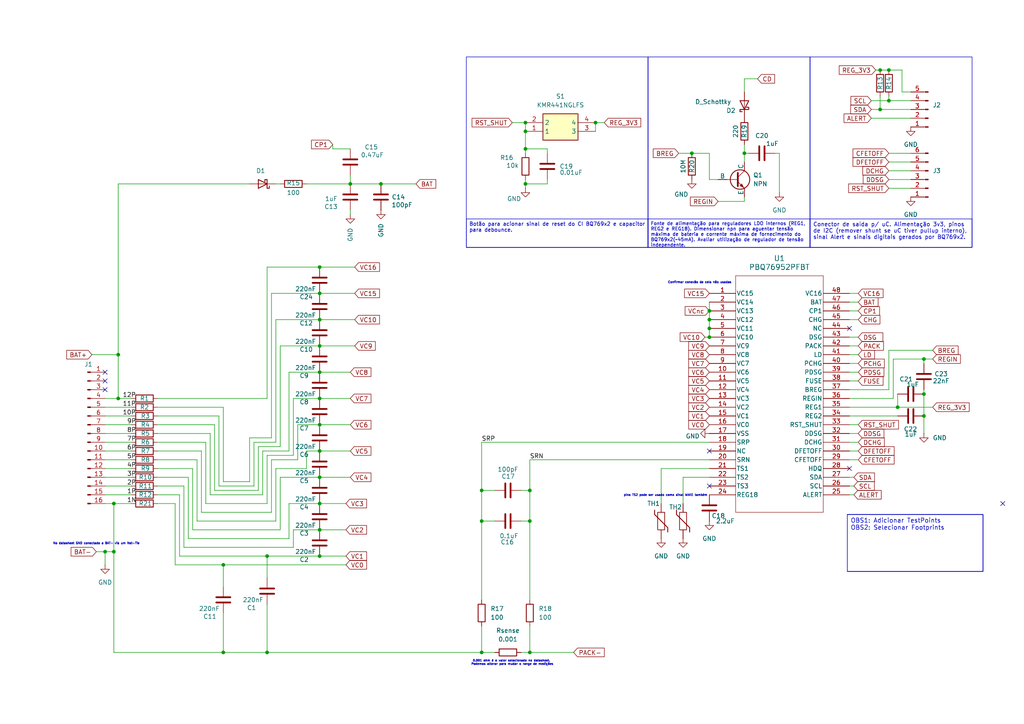
<source format=kicad_sch>
(kicad_sch (version 20231120) (generator "eeschema") (generator_version "8.0")
  (paper "A4")
  (title_block (title "Protótipo BMS BQ76952/BQ76972") (date "2025-12-03") (rev "R0") (company "Sensoria"))
  (lib_symbols
    (symbol "BQ76952:PBQ76952PFBT" (pin_names (offset 0.254))
      (property "Reference" "U" (at 20.32 10.16 0))
      (property "Value" "PBQ76952PFBT" (at 20.32 7.62 0))
      (symbol "PBQ76952PFBT_0_1"
        (pin input line (at 0 0 0) (length 7.62) (name "VC15") (number "1"))
        (pin input line (at 0 -22.86 0) (length 7.62) (name "VC6") (number "10"))
        (pin input line (at 0 -25.4 0) (length 7.62) (name "VC5") (number "11"))
        (pin input line (at 0 -27.94 0) (length 7.62) (name "VC4") (number "12"))
        (pin input line (at 0 -30.48 0) (length 7.62) (name "VC3") (number "13"))
        (pin input line (at 0 -33.02 0) (length 7.62) (name "VC2") (number "14"))
        (pin input line (at 0 -35.56 0) (length 7.62) (name "VC1") (number "15"))
        (pin input line (at 0 -38.1 0) (length 7.62) (name "VC0") (number "16"))
        (pin power_in line (at 0 -40.64 0) (length 7.62) (name "VSS") (number "17"))
        (pin input line (at 0 -43.18 0) (length 7.62) (name "SRP") (number "18"))
        (pin unspecified line (at 0 -45.72 0) (length 7.62) (name "NC") (number "19"))
        (pin input line (at 0 -2.54 0) (length 7.62) (name "VC14") (number "2"))
        (pin input line (at 0 -48.26 0) (length 7.62) (name "SRN") (number "20"))
        (pin bidirectional line (at 0 -50.8 0) (length 7.62) (name "TS1") (number "21"))
        (pin bidirectional line (at 0 -53.34 0) (length 7.62) (name "TS2") (number "22"))
        (pin bidirectional line (at 0 -55.88 0) (length 7.62) (name "TS3") (number "23"))
        (pin output line (at 0 -58.42 0) (length 7.62) (name "REG18") (number "24"))
        (pin bidirectional line (at 40.64 -58.42 180) (length 7.62) (name "ALERT") (number "25"))
        (pin bidirectional line (at 40.64 -55.88 180) (length 7.62) (name "SCL") (number "26"))
        (pin bidirectional line (at 40.64 -53.34 180) (length 7.62) (name "SDA") (number "27"))
        (pin bidirectional line (at 40.64 -50.8 180) (length 7.62) (name "HDQ") (number "28"))
        (pin bidirectional line (at 40.64 -48.26 180) (length 7.62) (name "CFETOFF") (number "29"))
        (pin input line (at 0 -5.08 0) (length 7.62) (name "VC13") (number "3"))
        (pin bidirectional line (at 40.64 -45.72 180) (length 7.62) (name "DFETOFF") (number "30"))
        (pin bidirectional line (at 40.64 -43.18 180) (length 7.62) (name "DCHG") (number "31"))
        (pin bidirectional line (at 40.64 -40.64 180) (length 7.62) (name "DDSG") (number "32"))
        (pin input line (at 40.64 -38.1 180) (length 7.62) (name "RST_SHUT") (number "33"))
        (pin output line (at 40.64 -35.56 180) (length 7.62) (name "REG2") (number "34"))
        (pin output line (at 40.64 -33.02 180) (length 7.62) (name "REG1") (number "35"))
        (pin input line (at 40.64 -30.48 180) (length 7.62) (name "REGIN") (number "36"))
        (pin output line (at 40.64 -27.94 180) (length 7.62) (name "BREG") (number "37"))
        (pin bidirectional line (at 40.64 -25.4 180) (length 7.62) (name "FUSE") (number "38"))
        (pin output line (at 40.64 -22.86 180) (length 7.62) (name "PDSG") (number "39"))
        (pin input line (at 0 -7.62 0) (length 7.62) (name "VC12") (number "4"))
        (pin output line (at 40.64 -20.32 180) (length 7.62) (name "PCHG") (number "40"))
        (pin bidirectional line (at 40.64 -17.78 180) (length 7.62) (name "LD") (number "41"))
        (pin input line (at 40.64 -15.24 180) (length 7.62) (name "PACK") (number "42"))
        (pin output line (at 40.64 -12.7 180) (length 7.62) (name "DSG") (number "43"))
        (pin unspecified line (at 40.64 -10.16 180) (length 7.62) (name "NC") (number "44"))
        (pin output line (at 40.64 -7.62 180) (length 7.62) (name "CHG") (number "45"))
        (pin bidirectional line (at 40.64 -5.08 180) (length 7.62) (name "CP1") (number "46"))
        (pin input line (at 40.64 -2.54 180) (length 7.62) (name "BAT") (number "47"))
        (pin input line (at 40.64 0 180) (length 7.62) (name "VC16") (number "48"))
        (pin input line (at 0 -10.16 0) (length 7.62) (name "VC11") (number "5"))
        (pin input line (at 0 -12.7 0) (length 7.62) (name "VC10") (number "6"))
        (pin input line (at 0 -15.24 0) (length 7.62) (name "VC9") (number "7"))
        (pin input line (at 0 -17.78 0) (length 7.62) (name "VC8") (number "8"))
        (pin input line (at 0 -20.32 0) (length 7.62) (name "VC7") (number "9"))
      )
    )
    (symbol "Connector:Conn_01x05_Pin" (pin_names (offset 1.016) hide)
      (property "Reference" "J" (at 0 7.62 0))
      (property "Value" "Conn_01x05_Pin" (at 0 -7.62 0))
      (symbol "Conn_01x05_Pin_1_1"
        (pin passive line (at 5.08 5.08 180) (length 3.81) (name "Pin_1") (number "1"))
        (pin passive line (at 5.08 2.54 180) (length 3.81) (name "Pin_2") (number "2"))
        (pin passive line (at 5.08 0 180) (length 3.81) (name "Pin_3") (number "3"))
        (pin passive line (at 5.08 -2.54 180) (length 3.81) (name "Pin_4") (number "4"))
        (pin passive line (at 5.08 -5.08 180) (length 3.81) (name "Pin_5") (number "5"))
      )
    )
    (symbol "Connector:Conn_01x06_Pin" (pin_names (offset 1.016) hide)
      (property "Reference" "J" (at 0 7.62 0))
      (property "Value" "Conn_01x06_Pin" (at 0 -10.16 0))
      (symbol "Conn_01x06_Pin_1_1"
        (pin passive line (at 5.08 5.08 180) (length 3.81) (name "Pin_1") (number "1"))
        (pin passive line (at 5.08 2.54 180) (length 3.81) (name "Pin_2") (number "2"))
        (pin passive line (at 5.08 0 180) (length 3.81) (name "Pin_3") (number "3"))
        (pin passive line (at 5.08 -2.54 180) (length 3.81) (name "Pin_4") (number "4"))
        (pin passive line (at 5.08 -5.08 180) (length 3.81) (name "Pin_5") (number "5"))
        (pin passive line (at 5.08 -7.62 180) (length 3.81) (name "Pin_6") (number "6"))
      )
    )
    (symbol "Connector:Conn_01x16_Pin" (pin_names (offset 1.016) hide)
      (property "Reference" "J" (at 0 20.32 0))
      (property "Value" "Conn_01x16_Pin" (at 0 -22.86 0))
      (symbol "Conn_01x16_Pin_1_1"
        (pin passive line (at 5.08 17.78 180) (length 3.81) (name "Pin_1") (number "1"))
        (pin passive line (at 5.08 -5.08 180) (length 3.81) (name "Pin_10") (number "10"))
        (pin passive line (at 5.08 -7.62 180) (length 3.81) (name "Pin_11") (number "11"))
        (pin passive line (at 5.08 -10.16 180) (length 3.81) (name "Pin_12") (number "12"))
        (pin passive line (at 5.08 -12.7 180) (length 3.81) (name "Pin_13") (number "13"))
        (pin passive line (at 5.08 -15.24 180) (length 3.81) (name "Pin_14") (number "14"))
        (pin passive line (at 5.08 -17.78 180) (length 3.81) (name "Pin_15") (number "15"))
        (pin passive line (at 5.08 -20.32 180) (length 3.81) (name "Pin_16") (number "16"))
        (pin passive line (at 5.08 15.24 180) (length 3.81) (name "Pin_2") (number "2"))
        (pin passive line (at 5.08 12.7 180) (length 3.81) (name "Pin_3") (number "3"))
        (pin passive line (at 5.08 10.16 180) (length 3.81) (name "Pin_4") (number "4"))
        (pin passive line (at 5.08 7.62 180) (length 3.81) (name "Pin_5") (number "5"))
        (pin passive line (at 5.08 5.08 180) (length 3.81) (name "Pin_6") (number "6"))
        (pin passive line (at 5.08 2.54 180) (length 3.81) (name "Pin_7") (number "7"))
        (pin passive line (at 5.08 0 180) (length 3.81) (name "Pin_8") (number "8"))
        (pin passive line (at 5.08 -2.54 180) (length 3.81) (name "Pin_9") (number "9"))
      )
    )
    (symbol "Device:C" (pin_numbers hide) (pin_names (offset 0.254))
      (property "Reference" "C" (at 0.635 2.54 0))
      (property "Value" "C" (at 0.635 -2.54 0))
      (symbol "C_1_1"
        (pin passive line (at 0 3.81 270) (length 2.794) (name "~") (number "1"))
        (pin passive line (at 0 -3.81 90) (length 2.794) (name "~") (number "2"))
      )
    )
    (symbol "Device:D_Schottky" (pin_numbers hide) (pin_names (offset 1.016) hide)
      (property "Reference" "D" (at 0 2.54 0))
      (property "Value" "D_Schottky" (at 0 -2.54 0))
      (symbol "D_Schottky_1_1"
        (pin passive line (at -3.81 0 0) (length 2.54) (name "K") (number "1"))
        (pin passive line (at 3.81 0 180) (length 2.54) (name "A") (number "2"))
      )
    )
    (symbol "Device:R" (pin_numbers hide) (pin_names (offset 0))
      (property "Reference" "R" (at 2.032 0 90))
      (property "Value" "R" (at 0 0 90))
      (symbol "R_1_1"
        (pin passive line (at 0 3.81 270) (length 1.27) (name "~") (number "1"))
        (pin passive line (at 0 -3.81 90) (length 1.27) (name "~") (number "2"))
      )
    )
    (symbol "Device:Thermistor" (pin_numbers hide) (pin_names (offset 0))
      (property "Reference" "TH" (at 2.54 1.27 90))
      (property "Value" "Thermistor" (at -2.54 0 90))
      (symbol "Thermistor_1_1"
        (pin passive line (at 0 5.08 270) (length 2.54) (name "~") (number "1"))
        (pin passive line (at 0 -5.08 90) (length 2.54) (name "~") (number "2"))
      )
    )
    (symbol "SMD_Button_KMR441NGLFS:KMR441NGLFS"
      (property "Reference" "S" (at 16.51 7.62 0))
      (property "Value" "KMR441NGLFS" (at 16.51 5.08 0))
      (symbol "KMR441NGLFS_1_1"
        (pin passive line (at 0 -2.54 0) (length 5.08) (name "1") (number "1"))
        (pin passive line (at 0 0 0) (length 5.08) (name "2") (number "2"))
        (pin passive line (at 20.32 -2.54 180) (length 5.08) (name "3") (number "3"))
        (pin passive line (at 20.32 0 180) (length 5.08) (name "4") (number "4"))
      )
    )
    (symbol "Simulation_SPICE:NPN" (pin_numbers hide) (pin_names (offset 0))
      (property "Reference" "Q" (at -2.54 7.62 0))
      (property "Value" "NPN" (at -2.54 5.08 0))
      (symbol "NPN_1_1"
        (pin open_collector line (at 2.54 5.08 270) (length 2.54) (name "C") (number "1"))
        (pin input line (at -5.08 0 0) (length 2.54) (name "B") (number "2"))
        (pin open_emitter line (at 2.54 -5.08 90) (length 2.54) (name "E") (number "3"))
      )
    )
    (symbol "power:GND" (power) (pin_numbers hide) (pin_names (offset 0) hide)
      (property "Value" "GND" (at 0 -3.81 0))
      (symbol "GND_1_1"
        (pin power_in line (at 0 0 270) (length 0) (name "~") (number "1"))
      )
    )
  )
  (junction (at 153.67 151.13))
  (junction (at 255.27 20.32))
  (junction (at 267.97 120.65))
  (junction (at 92.71 146.05))
  (junction (at 152.4 35.56))
  (junction (at 267.97 104.14))
  (junction (at 33.02 146.05))
  (junction (at 153.67 189.23))
  (junction (at 257.81 20.32))
  (junction (at 92.71 130.81))
  (junction (at 255.27 31.75))
  (junction (at 260.35 118.11))
  (junction (at 34.29 102.87))
  (junction (at 33.02 160.02))
  (junction (at 172.72 35.56))
  (junction (at 153.67 142.24))
  (junction (at 64.77 163.83))
  (junction (at 64.77 189.23))
  (junction (at 92.71 77.47))
  (junction (at 205.74 95.25))
  (junction (at 92.71 161.29))
  (junction (at 92.71 138.43))
  (junction (at 257.81 29.21))
  (junction (at 92.71 100.33))
  (junction (at 200.66 44.45))
  (junction (at 139.7 142.24))
  (junction (at 92.71 107.95))
  (junction (at 205.74 97.79))
  (junction (at 205.74 92.71))
  (junction (at 92.71 85.09))
  (junction (at 92.71 92.71))
  (junction (at 215.9 44.45))
  (junction (at 267.97 114.3))
  (junction (at 110.49 53.34))
  (junction (at 77.47 161.29))
  (junction (at 152.4 43.18))
  (junction (at 101.6 53.34))
  (junction (at 139.7 151.13))
  (junction (at 92.71 115.57))
  (junction (at 139.7 189.23))
  (junction (at 92.71 123.19))
  (junction (at 152.4 53.34))
  (junction (at 152.4 38.1))
  (junction (at 92.71 153.67))
  (junction (at 77.47 189.23))
  (junction (at 205.74 90.17))
  (junction (at 34.29 115.57))
  (junction (at 30.48 160.02))
  (no_connect (at 290.83 146.05))
  (no_connect (at 246.38 95.25))
  (no_connect (at 246.38 135.89))
  (no_connect (at 30.48 110.49))
  (no_connect (at 205.74 130.81))
  (no_connect (at 30.48 107.95))
  (no_connect (at 30.48 113.03))
  (no_connect (at 205.74 140.97))
  (wire (pts (xy 246.38 118.11) (xy 260.35 118.11)))
  (wire (pts (xy 74.93 129.54) (xy 81.28 129.54)))
  (wire (pts (xy 215.9 22.86) (xy 215.9 26.67)))
  (wire (pts (xy 246.38 87.63) (xy 248.92 87.63)))
  (wire (pts (xy 64.77 189.23) (xy 33.02 189.23)))
  (wire (pts (xy 257.81 20.32) (xy 261.62 20.32)))
  (wire (pts (xy 143.51 189.23) (xy 139.7 189.23)))
  (wire (pts (xy 34.29 53.34) (xy 34.29 102.87)))
  (wire (pts (xy 246.38 130.81) (xy 248.92 130.81)))
  (wire (pts (xy 101.6 53.34) (xy 110.49 53.34)))
  (wire (pts (xy 153.67 151.13) (xy 153.67 173.99)))
  (wire (pts (xy 247.65 138.43) (xy 246.38 138.43)))
  (wire (pts (xy 60.96 125.73) (xy 45.72 125.73)))
  (wire (pts (xy 152.4 43.18) (xy 152.4 44.45)))
  (wire (pts (xy 63.5 120.65) (xy 45.72 120.65)))
  (wire (pts (xy 45.72 118.11) (xy 64.77 118.11)))
  (wire (pts (xy 257.81 54.61) (xy 264.16 54.61)))
  (wire (pts (xy 83.82 130.81) (xy 83.82 107.95)))
  (wire (pts (xy 86.36 133.35) (xy 86.36 123.19)))
  (wire (pts (xy 259.08 104.14) (xy 267.97 104.14)))
  (wire (pts (xy 59.69 146.05) (xy 59.69 128.27)))
  (wire (pts (xy 64.77 139.7) (xy 72.39 139.7)))
  (wire (pts (xy 217.17 44.45) (xy 215.9 44.45)))
  (wire (pts (xy 34.29 115.57) (xy 38.1 115.57)))
  (wire (pts (xy 246.38 90.17) (xy 248.92 90.17)))
  (wire (pts (xy 52.07 161.29) (xy 52.07 143.51)))
  (wire (pts (xy 101.6 62.23) (xy 101.6 60.96)))
  (wire (pts (xy 72.39 139.7) (xy 72.39 127)))
  (wire (pts (xy 45.72 123.19) (xy 62.23 123.19)))
  (wire (pts (xy 139.7 142.24) (xy 143.51 142.24)))
  (wire (pts (xy 77.47 115.57) (xy 77.47 77.47)))
  (wire (pts (xy 259.08 104.14) (xy 259.08 115.57)))
  (wire (pts (xy 246.38 128.27) (xy 248.92 128.27)))
  (wire (pts (xy 72.39 127) (xy 78.74 127)))
  (wire (pts (xy 261.62 20.32) (xy 261.62 26.67)))
  (wire (pts (xy 86.36 123.19) (xy 92.71 123.19)))
  (wire (pts (xy 92.71 85.09) (xy 102.87 85.09)))
  (wire (pts (xy 246.38 133.35) (xy 248.92 133.35)))
  (wire (pts (xy 148.59 35.56) (xy 152.4 35.56)))
  (wire (pts (xy 208.28 58.42) (xy 215.9 58.42)))
  (wire (pts (xy 247.65 140.97) (xy 246.38 140.97)))
  (wire (pts (xy 58.42 130.81) (xy 45.72 130.81)))
  (wire (pts (xy 139.7 151.13) (xy 143.51 151.13)))
  (wire (pts (xy 153.67 133.35) (xy 205.74 133.35)))
  (wire (pts (xy 246.38 123.19) (xy 248.92 123.19)))
  (wire (pts (xy 152.4 43.18) (xy 158.75 43.18)))
  (wire (pts (xy 200.66 44.45) (xy 205.74 44.45)))
  (wire (pts (xy 267.97 113.03) (xy 267.97 114.3)))
  (wire (pts (xy 77.47 189.23) (xy 64.77 189.23)))
  (wire (pts (xy 257.81 27.94) (xy 257.81 29.21)))
  (wire (pts (xy 92.71 92.71) (xy 102.87 92.71)))
  (wire (pts (xy 205.74 87.63) (xy 205.74 90.17)))
  (wire (pts (xy 73.66 128.27) (xy 73.66 140.97)))
  (wire (pts (xy 83.82 146.05) (xy 92.71 146.05)))
  (wire (pts (xy 246.38 100.33) (xy 248.92 100.33)))
  (wire (pts (xy 257.81 101.6) (xy 257.81 113.03)))
  (wire (pts (xy 92.71 153.67) (xy 100.33 153.67)))
  (wire (pts (xy 30.48 143.51) (xy 38.1 143.51)))
  (wire (pts (xy 191.77 135.89) (xy 205.74 135.89)))
  (wire (pts (xy 73.66 140.97) (xy 63.5 140.97)))
  (wire (pts (xy 260.35 118.11) (xy 270.51 118.11)))
  (wire (pts (xy 198.12 146.05) (xy 198.12 138.43)))
  (wire (pts (xy 92.71 138.43) (xy 101.6 138.43)))
  (wire (pts (xy 55.88 153.67) (xy 55.88 135.89)))
  (wire (pts (xy 30.48 135.89) (xy 38.1 135.89)))
  (wire (pts (xy 172.72 35.56) (xy 172.72 38.1)))
  (wire (pts (xy 158.75 53.34) (xy 152.4 53.34)))
  (wire (pts (xy 62.23 123.19) (xy 62.23 142.24)))
  (wire (pts (xy 80.01 92.71) (xy 92.71 92.71)))
  (wire (pts (xy 58.42 148.59) (xy 78.74 148.59)))
  (wire (pts (xy 30.48 115.57) (xy 34.29 115.57)))
  (wire (pts (xy 59.69 146.05) (xy 77.47 146.05)))
  (wire (pts (xy 54.61 156.21) (xy 54.61 138.43)))
  (wire (pts (xy 57.15 151.13) (xy 80.01 151.13)))
  (wire (pts (xy 26.67 102.87) (xy 34.29 102.87)))
  (wire (pts (xy 58.42 148.59) (xy 58.42 130.81)))
  (wire (pts (xy 76.2 143.51) (xy 76.2 130.81)))
  (wire (pts (xy 153.67 133.35) (xy 153.67 142.24)))
  (wire (pts (xy 151.13 142.24) (xy 153.67 142.24)))
  (wire (pts (xy 50.8 146.05) (xy 45.72 146.05)))
  (wire (pts (xy 78.74 148.59) (xy 78.74 133.35)))
  (wire (pts (xy 52.07 161.29) (xy 77.47 161.29)))
  (wire (pts (xy 215.9 46.99) (xy 215.9 44.45)))
  (wire (pts (xy 151.13 189.23) (xy 153.67 189.23)))
  (wire (pts (xy 92.71 123.19) (xy 101.6 123.19)))
  (wire (pts (xy 30.48 140.97) (xy 38.1 140.97)))
  (wire (pts (xy 85.09 153.67) (xy 92.71 153.67)))
  (wire (pts (xy 205.74 44.45) (xy 205.74 52.07)))
  (wire (pts (xy 226.06 55.88) (xy 226.06 44.45)))
  (wire (pts (xy 53.34 140.97) (xy 45.72 140.97)))
  (wire (pts (xy 55.88 135.89) (xy 45.72 135.89)))
  (wire (pts (xy 78.74 127) (xy 78.74 85.09)))
  (wire (pts (xy 30.48 138.43) (xy 38.1 138.43)))
  (wire (pts (xy 246.38 107.95) (xy 248.92 107.95)))
  (wire (pts (xy 158.75 52.07) (xy 158.75 53.34)))
  (wire (pts (xy 57.15 151.13) (xy 57.15 133.35)))
  (wire (pts (xy 267.97 114.3) (xy 267.97 120.65)))
  (wire (pts (xy 246.38 102.87) (xy 248.92 102.87)))
  (wire (pts (xy 77.47 161.29) (xy 92.71 161.29)))
  (wire (pts (xy 204.47 97.79) (xy 205.74 97.79)))
  (wire (pts (xy 261.62 26.67) (xy 264.16 26.67)))
  (wire (pts (xy 78.74 85.09) (xy 92.71 85.09)))
  (wire (pts (xy 33.02 189.23) (xy 33.02 160.02)))
  (wire (pts (xy 88.9 135.89) (xy 88.9 130.81)))
  (wire (pts (xy 151.13 151.13) (xy 153.67 151.13)))
  (wire (pts (xy 52.07 143.51) (xy 45.72 143.51)))
  (wire (pts (xy 77.47 132.08) (xy 85.09 132.08)))
  (wire (pts (xy 88.9 130.81) (xy 92.71 130.81)))
  (wire (pts (xy 62.23 142.24) (xy 74.93 142.24)))
  (wire (pts (xy 54.61 156.21) (xy 83.82 156.21)))
  (wire (pts (xy 260.35 118.11) (xy 260.35 114.3)))
  (wire (pts (xy 30.48 118.11) (xy 38.1 118.11)))
  (wire (pts (xy 246.38 92.71) (xy 248.92 92.71)))
  (wire (pts (xy 77.47 175.26) (xy 77.47 189.23)))
  (wire (pts (xy 34.29 102.87) (xy 34.29 115.57)))
  (wire (pts (xy 81.28 138.43) (xy 92.71 138.43)))
  (wire (pts (xy 81.28 129.54) (xy 81.28 100.33)))
  (wire (pts (xy 30.48 160.02) (xy 30.48 163.83)))
  (wire (pts (xy 101.6 50.8) (xy 101.6 53.34)))
  (wire (pts (xy 92.71 115.57) (xy 101.6 115.57)))
  (wire (pts (xy 80.01 92.71) (xy 80.01 128.27)))
  (wire (pts (xy 153.67 189.23) (xy 166.37 189.23)))
  (wire (pts (xy 152.4 53.34) (xy 152.4 52.07)))
  (wire (pts (xy 153.67 181.61) (xy 153.67 189.23)))
  (wire (pts (xy 252.73 34.29) (xy 264.16 34.29)))
  (wire (pts (xy 246.38 120.65) (xy 260.35 120.65)))
  (wire (pts (xy 64.77 163.83) (xy 100.33 163.83)))
  (wire (pts (xy 53.34 158.75) (xy 53.34 140.97)))
  (wire (pts (xy 85.09 158.75) (xy 85.09 153.67)))
  (wire (pts (xy 30.48 130.81) (xy 38.1 130.81)))
  (wire (pts (xy 257.81 52.07) (xy 264.16 52.07)))
  (wire (pts (xy 64.77 163.83) (xy 64.77 170.18)))
  (wire (pts (xy 246.38 105.41) (xy 248.92 105.41)))
  (wire (pts (xy 59.69 128.27) (xy 45.72 128.27)))
  (wire (pts (xy 76.2 130.81) (xy 83.82 130.81)))
  (wire (pts (xy 34.29 53.34) (xy 72.39 53.34)))
  (wire (pts (xy 57.15 133.35) (xy 45.72 133.35)))
  (wire (pts (xy 215.9 44.45) (xy 215.9 41.91)))
  (wire (pts (xy 96.52 41.91) (xy 96.52 43.18)))
  (wire (pts (xy 80.01 53.34) (xy 81.28 53.34)))
  (wire (pts (xy 60.96 143.51) (xy 76.2 143.51)))
  (wire (pts (xy 191.77 146.05) (xy 191.77 135.89)))
  (wire (pts (xy 64.77 177.8) (xy 64.77 189.23)))
  (wire (pts (xy 257.81 29.21) (xy 264.16 29.21)))
  (wire (pts (xy 139.7 181.61) (xy 139.7 189.23)))
  (wire (pts (xy 92.71 107.95) (xy 101.6 107.95)))
  (wire (pts (xy 85.09 132.08) (xy 85.09 115.57)))
  (wire (pts (xy 255.27 27.94) (xy 255.27 31.75)))
  (wire (pts (xy 246.38 97.79) (xy 248.92 97.79)))
  (wire (pts (xy 33.02 146.05) (xy 38.1 146.05)))
  (wire (pts (xy 30.48 133.35) (xy 38.1 133.35)))
  (wire (pts (xy 267.97 120.65) (xy 267.97 125.73)))
  (wire (pts (xy 92.71 146.05) (xy 100.33 146.05)))
  (wire (pts (xy 92.71 161.29) (xy 100.33 161.29)))
  (wire (pts (xy 196.85 44.45) (xy 200.66 44.45)))
  (wire (pts (xy 30.48 128.27) (xy 38.1 128.27)))
  (wire (pts (xy 257.81 49.53) (xy 264.16 49.53)))
  (wire (pts (xy 55.88 153.67) (xy 81.28 153.67)))
  (wire (pts (xy 153.67 142.24) (xy 153.67 151.13)))
  (wire (pts (xy 45.72 115.57) (xy 77.47 115.57)))
  (wire (pts (xy 50.8 163.83) (xy 50.8 146.05)))
  (wire (pts (xy 78.74 133.35) (xy 86.36 133.35)))
  (wire (pts (xy 83.82 156.21) (xy 83.82 146.05)))
  (wire (pts (xy 83.82 107.95) (xy 92.71 107.95)))
  (wire (pts (xy 257.81 46.99) (xy 264.16 46.99)))
  (wire (pts (xy 205.74 90.17) (xy 205.74 92.71)))
  (wire (pts (xy 267.97 104.14) (xy 267.97 105.41)))
  (wire (pts (xy 85.09 115.57) (xy 92.71 115.57)))
  (wire (pts (xy 257.81 113.03) (xy 246.38 113.03)))
  (wire (pts (xy 152.4 38.1) (xy 152.4 43.18)))
  (wire (pts (xy 205.74 92.71) (xy 205.74 95.25)))
  (wire (pts (xy 158.75 44.45) (xy 158.75 43.18)))
  (wire (pts (xy 215.9 58.42) (xy 215.9 57.15)))
  (wire (pts (xy 60.96 143.51) (xy 60.96 125.73)))
  (wire (pts (xy 77.47 161.29) (xy 77.47 167.64)))
  (wire (pts (xy 175.26 35.56) (xy 172.72 35.56)))
  (wire (pts (xy 259.08 115.57) (xy 246.38 115.57)))
  (wire (pts (xy 30.48 123.19) (xy 38.1 123.19)))
  (wire (pts (xy 226.06 44.45) (xy 224.79 44.45)))
  (wire (pts (xy 30.48 125.73) (xy 38.1 125.73)))
  (wire (pts (xy 80.01 135.89) (xy 88.9 135.89)))
  (wire (pts (xy 81.28 100.33) (xy 92.71 100.33)))
  (wire (pts (xy 205.74 95.25) (xy 205.74 97.79)))
  (wire (pts (xy 254 20.32) (xy 255.27 20.32)))
  (wire (pts (xy 77.47 77.47) (xy 92.71 77.47)))
  (wire (pts (xy 257.81 44.45) (xy 264.16 44.45)))
  (wire (pts (xy 54.61 138.43) (xy 45.72 138.43)))
  (wire (pts (xy 96.52 43.18) (xy 101.6 43.18)))
  (wire (pts (xy 252.73 29.21) (xy 257.81 29.21)))
  (wire (pts (xy 63.5 140.97) (xy 63.5 120.65)))
  (wire (pts (xy 81.28 153.67) (xy 81.28 138.43)))
  (wire (pts (xy 198.12 138.43) (xy 205.74 138.43)))
  (wire (pts (xy 64.77 118.11) (xy 64.77 139.7)))
  (wire (pts (xy 30.48 146.05) (xy 33.02 146.05)))
  (wire (pts (xy 30.48 160.02) (xy 33.02 160.02)))
  (wire (pts (xy 267.97 104.14) (xy 270.51 104.14)))
  (wire (pts (xy 139.7 128.27) (xy 139.7 142.24)))
  (wire (pts (xy 139.7 189.23) (xy 77.47 189.23)))
  (wire (pts (xy 152.4 54.61) (xy 152.4 53.34)))
  (wire (pts (xy 246.38 125.73) (xy 248.92 125.73)))
  (wire (pts (xy 53.34 158.75) (xy 85.09 158.75)))
  (wire (pts (xy 205.74 52.07) (xy 208.28 52.07)))
  (wire (pts (xy 92.71 77.47) (xy 102.87 77.47)))
  (wire (pts (xy 110.49 53.34) (xy 120.65 53.34)))
  (wire (pts (xy 139.7 151.13) (xy 139.7 173.99)))
  (wire (pts (xy 246.38 110.49) (xy 248.92 110.49)))
  (wire (pts (xy 92.71 100.33) (xy 102.87 100.33)))
  (wire (pts (xy 50.8 163.83) (xy 64.77 163.83)))
  (wire (pts (xy 139.7 128.27) (xy 205.74 128.27)))
  (wire (pts (xy 219.71 22.86) (xy 215.9 22.86)))
  (wire (pts (xy 92.71 130.81) (xy 101.6 130.81)))
  (wire (pts (xy 252.73 31.75) (xy 255.27 31.75)))
  (wire (pts (xy 246.38 143.51) (xy 247.65 143.51)))
  (wire (pts (xy 30.48 120.65) (xy 38.1 120.65)))
  (wire (pts (xy 77.47 146.05) (xy 77.47 132.08)))
  (wire (pts (xy 33.02 160.02) (xy 33.02 146.05)))
  (wire (pts (xy 74.93 142.24) (xy 74.93 129.54)))
  (wire (pts (xy 88.9 53.34) (xy 101.6 53.34)))
  (wire (pts (xy 270.51 101.6) (xy 257.81 101.6)))
  (wire (pts (xy 80.01 151.13) (xy 80.01 135.89)))
  (wire (pts (xy 152.4 35.56) (xy 152.4 38.1)))
  (wire (pts (xy 27.94 160.02) (xy 30.48 160.02)))
  (wire (pts (xy 139.7 142.24) (xy 139.7 151.13)))
  (wire (pts (xy 255.27 31.75) (xy 264.16 31.75)))
  (wire (pts (xy 255.27 20.32) (xy 257.81 20.32)))
  (wire (pts (xy 80.01 128.27) (xy 73.66 128.27)))
  (wire (pts (xy 246.38 85.09) (xy 248.92 85.09)))
  (rectangle (start 234.95 16.51) (end 281.94 71.755))
  (rectangle (start 245.745 149.225) (end 285.115 165.735))
  (rectangle (start 187.96 16.51) (end 234.95 71.755))
  (rectangle (start 135.255 16.51) (end 187.96 71.755))
  (text_box "Botão para acionar sinal de reset do CI BQ769x2 e capacitor para debounce.\n" (at 135.255 63.5 0) (size 52.705 8.255) (effects (font (size 1.0668 1.0668)) (justify left top)))
  (text_box "OBS1: Adicionar TestPoints\nOBS2: Selecionar Footprints\n" (at 245.745 149.225 0) (size 39.37 16.51) (effects (font (size 1.27 1.27)) (justify left top)))
  (text_box "Fonte de alimentação para reguladores LDO internos (REG1, REG2 e REG18). Dimensionar npn para aguentar tensão máxima de bateria e corrente máxima de fornecimento do BQ769x2(~45mA). Avaliar utilização de regulador de tensão independente.\n" (at 187.96 63.5 0) (size 46.99 8.255) (effects (font (size 0.9652 0.9652)) (justify left top)))
  (text_box "Conector de saída p/ uC. Alimentação 3v3, pinos de I2C (remover shunt se uC tiver pullup interno), sinal Alert e sinais digitais gerados por BQ769x2." (at 234.95 63.5 0) (size 46.99 8.255) (effects (font (size 1.143 1.143)) (justify left top)))
  (text "0.001 ohm é o valor selecionado no datasheet. \nPodemos alterar para mudar o range de medições\n" (at 148.59 192.278 0) (effects (font (size 0.6096 0.6096))))
  (text "Confirmar conexão de cels não usadas\n" (at 202.946 82.042 0) (effects (font (size 0.6096 0.6096))))
  (text "pino TS2 pode ser usado como sinal WAKE também" (at 193.04 143.764 0) (effects (font (size 0.6096 0.6096))))
  (text "No datasheet GND conectado a BAT- via um Net-Tie\n\n" (at 27.94 158.242 0) (effects (font (size 0.6096 0.6096))))
  (label "7P" (at 36.83 128.27 0))
  (label "1P" (at 36.83 143.51 0))
  (label "4P" (at 36.83 135.89 0))
  (label "3P" (at 36.83 138.43 0))
  (label "10P" (at 35.56 120.65 0))
  (label "6P" (at 36.83 130.81 0))
  (label "5P" (at 36.83 133.35 0))
  (label "9P" (at 36.83 123.19 0))
  (label "12P" (at 35.56 115.57 0))
  (label "11P" (at 35.56 118.11 0))
  (label "2P" (at 36.83 140.97 0))
  (label "1N" (at 36.83 146.05 0))
  (label "SRN" (at 153.67 133.35 0))
  (label "8P" (at 36.83 125.73 0))
  (label "SRP" (at 139.7 128.27 0))
  (global_label "VC8" (shape input) (at 101.6 107.95 0) (property "Intersheetrefs" "${INTERSHEET_REFS}" (effects (hide yes))))
  (global_label "ALERT" (shape input) (at 252.73 34.29 180) (property "Intersheetrefs" "${INTERSHEET_REFS}" (effects (hide yes))))
  (global_label "BAT" (shape input) (at 248.92 87.63 0) (property "Intersheetrefs" "${INTERSHEET_REFS}" (effects (hide yes))))
  (global_label "VC16" (shape input) (at 102.87 77.47 0) (property "Intersheetrefs" "${INTERSHEET_REFS}" (effects (hide yes))))
  (global_label "VC1" (shape input) (at 205.74 120.65 180) (property "Intersheetrefs" "${INTERSHEET_REFS}" (effects (hide yes))))
  (global_label "PCHG" (shape input) (at 248.92 105.41 0) (property "Intersheetrefs" "${INTERSHEET_REFS}" (effects (hide yes))))
  (global_label "BAT-" (shape input) (at 27.94 160.02 180) (property "Intersheetrefs" "${INTERSHEET_REFS}" (effects (hide yes))))
  (global_label "DSG " (shape input) (at 248.92 97.79 0) (property "Intersheetrefs" "${INTERSHEET_REFS}" (effects (hide yes))))
  (global_label "VC10" (shape input) (at 204.47 97.79 180) (property "Intersheetrefs" "${INTERSHEET_REFS}" (effects (hide yes))))
  (global_label "CHG" (shape input) (at 248.92 92.71 0) (property "Intersheetrefs" "${INTERSHEET_REFS}" (effects (hide yes))))
  (global_label "VC15" (shape input) (at 205.74 85.09 180) (property "Intersheetrefs" "${INTERSHEET_REFS}" (effects (hide yes))))
  (global_label "VC3" (shape input) (at 100.33 146.05 0) (property "Intersheetrefs" "${INTERSHEET_REFS}" (effects (hide yes))))
  (global_label "BAT" (shape input) (at 120.65 53.34 0) (property "Intersheetrefs" "${INTERSHEET_REFS}" (effects (hide yes))))
  (global_label "VC9" (shape input) (at 102.87 100.33 0) (property "Intersheetrefs" "${INTERSHEET_REFS}" (effects (hide yes))))
  (global_label "VC4" (shape input) (at 101.6 138.43 0) (property "Intersheetrefs" "${INTERSHEET_REFS}" (effects (hide yes))))
  (global_label "VC5" (shape input) (at 101.6 130.81 0) (property "Intersheetrefs" "${INTERSHEET_REFS}" (effects (hide yes))))
  (global_label "VC6" (shape input) (at 101.6 123.19 0) (property "Intersheetrefs" "${INTERSHEET_REFS}" (effects (hide yes))))
  (global_label "BREG" (shape input) (at 270.51 101.6 0) (property "Intersheetrefs" "${INTERSHEET_REFS}" (effects (hide yes))))
  (global_label "VC2" (shape input) (at 100.33 153.67 0) (property "Intersheetrefs" "${INTERSHEET_REFS}" (effects (hide yes))))
  (global_label "DCHG" (shape input) (at 257.81 49.53 180) (property "Intersheetrefs" "${INTERSHEET_REFS}" (effects (hide yes))))
  (global_label "FUSE" (shape input) (at 248.92 110.49 0) (property "Intersheetrefs" "${INTERSHEET_REFS}" (effects (hide yes))))
  (global_label "VC5" (shape input) (at 205.74 110.49 180) (property "Intersheetrefs" "${INTERSHEET_REFS}" (effects (hide yes))))
  (global_label "SCL" (shape input) (at 252.73 29.21 180) (property "Intersheetrefs" "${INTERSHEET_REFS}" (effects (hide yes))))
  (global_label "PDSG" (shape input) (at 248.92 107.95 0) (property "Intersheetrefs" "${INTERSHEET_REFS}" (effects (hide yes))))
  (global_label "VC3" (shape input) (at 205.74 115.57 180) (property "Intersheetrefs" "${INTERSHEET_REFS}" (effects (hide yes))))
  (global_label "CP1" (shape input) (at 96.52 41.91 180) (property "Intersheetrefs" "${INTERSHEET_REFS}" (effects (hide yes))))
  (global_label "CD" (shape input) (at 219.71 22.86 0) (property "Intersheetrefs" "${INTERSHEET_REFS}" (effects (hide yes))))
  (global_label "VC9" (shape input) (at 205.74 100.33 180) (property "Intersheetrefs" "${INTERSHEET_REFS}" (effects (hide yes))))
  (global_label "REG_3V3" (shape input) (at 270.51 118.11 0) (property "Intersheetrefs" "${INTERSHEET_REFS}" (effects (hide yes))))
  (global_label "DFETOFF" (shape input) (at 257.81 46.99 180) (property "Intersheetrefs" "${INTERSHEET_REFS}" (effects (hide yes))))
  (global_label "RST_SHUT" (shape input) (at 248.92 123.19 0) (property "Intersheetrefs" "${INTERSHEET_REFS}" (effects (hide yes))))
  (global_label "REGIN" (shape input) (at 270.51 104.14 0) (property "Intersheetrefs" "${INTERSHEET_REFS}" (effects (hide yes))))
  (global_label "DCHG" (shape input) (at 248.92 128.27 0) (property "Intersheetrefs" "${INTERSHEET_REFS}" (effects (hide yes))))
  (global_label "VC0" (shape input) (at 100.33 163.83 0) (property "Intersheetrefs" "${INTERSHEET_REFS}" (effects (hide yes))))
  (global_label "BREG" (shape input) (at 196.85 44.45 180) (property "Intersheetrefs" "${INTERSHEET_REFS}" (effects (hide yes))))
  (global_label "SDA" (shape input) (at 247.65 138.43 0) (property "Intersheetrefs" "${INTERSHEET_REFS}" (effects (hide yes))))
  (global_label "VC6" (shape input) (at 205.74 107.95 180) (property "Intersheetrefs" "${INTERSHEET_REFS}" (effects (hide yes))))
  (global_label "DDSG" (shape input) (at 257.81 52.07 180) (property "Intersheetrefs" "${INTERSHEET_REFS}" (effects (hide yes))))
  (global_label "REG_3V3" (shape input) (at 175.26 35.56 0) (property "Intersheetrefs" "${INTERSHEET_REFS}" (effects (hide yes))))
  (global_label "CP1" (shape input) (at 248.92 90.17 0) (property "Intersheetrefs" "${INTERSHEET_REFS}" (effects (hide yes))))
  (global_label "VC8" (shape input) (at 205.74 102.87 180) (property "Intersheetrefs" "${INTERSHEET_REFS}" (effects (hide yes))))
  (global_label "RST_SHUT" (shape input) (at 148.59 35.56 180) (property "Intersheetrefs" "${INTERSHEET_REFS}" (effects (hide yes))))
  (global_label "VCnc" (shape input) (at 205.74 90.17 180) (property "Intersheetrefs" "${INTERSHEET_REFS}" (effects (hide yes))))
  (global_label "VC2" (shape input) (at 205.74 118.11 180) (property "Intersheetrefs" "${INTERSHEET_REFS}" (effects (hide yes))))
  (global_label "VC4" (shape input) (at 205.74 113.03 180) (property "Intersheetrefs" "${INTERSHEET_REFS}" (effects (hide yes))))
  (global_label "CFETOFF" (shape input) (at 257.81 44.45 180) (property "Intersheetrefs" "${INTERSHEET_REFS}" (effects (hide yes))))
  (global_label "PACK" (shape input) (at 248.92 100.33 0) (property "Intersheetrefs" "${INTERSHEET_REFS}" (effects (hide yes))))
  (global_label "BAT+" (shape input) (at 26.67 102.87 180) (property "Intersheetrefs" "${INTERSHEET_REFS}" (effects (hide yes))))
  (global_label "VC7" (shape input) (at 205.74 105.41 180) (property "Intersheetrefs" "${INTERSHEET_REFS}" (effects (hide yes))))
  (global_label "VC0" (shape input) (at 205.74 123.19 180) (property "Intersheetrefs" "${INTERSHEET_REFS}" (effects (hide yes))))
  (global_label "ALERT" (shape input) (at 247.65 143.51 0) (property "Intersheetrefs" "${INTERSHEET_REFS}" (effects (hide yes))))
  (global_label "VC7" (shape input) (at 101.6 115.57 0) (property "Intersheetrefs" "${INTERSHEET_REFS}" (effects (hide yes))))
  (global_label "VC10" (shape input) (at 102.87 92.71 0) (property "Intersheetrefs" "${INTERSHEET_REFS}" (effects (hide yes))))
  (global_label "REG_3V3" (shape input) (at 254 20.32 180) (property "Intersheetrefs" "${INTERSHEET_REFS}" (effects (hide yes))))
  (global_label "VC1" (shape input) (at 100.33 161.29 0) (property "Intersheetrefs" "${INTERSHEET_REFS}" (effects (hide yes))))
  (global_label "DFETOFF" (shape input) (at 248.92 130.81 0) (property "Intersheetrefs" "${INTERSHEET_REFS}" (effects (hide yes))))
  (global_label "PACK-" (shape input) (at 166.37 189.23 0) (property "Intersheetrefs" "${INTERSHEET_REFS}" (effects (hide yes))))
  (global_label "VC15" (shape input) (at 102.87 85.09 0) (property "Intersheetrefs" "${INTERSHEET_REFS}" (effects (hide yes))))
  (global_label "DDSG" (shape input) (at 248.92 125.73 0) (property "Intersheetrefs" "${INTERSHEET_REFS}" (effects (hide yes))))
  (global_label "VC16" (shape input) (at 248.92 85.09 0) (property "Intersheetrefs" "${INTERSHEET_REFS}" (effects (hide yes))))
  (global_label "SCL" (shape input) (at 247.65 140.97 0) (property "Intersheetrefs" "${INTERSHEET_REFS}" (effects (hide yes))))
  (global_label "RST_SHUT" (shape input) (at 257.81 54.61 180) (property "Intersheetrefs" "${INTERSHEET_REFS}" (effects (hide yes))))
  (global_label "CFETOFF" (shape input) (at 248.92 133.35 0) (property "Intersheetrefs" "${INTERSHEET_REFS}" (effects (hide yes))))
  (global_label "SDA" (shape input) (at 252.73 31.75 180) (property "Intersheetrefs" "${INTERSHEET_REFS}" (effects (hide yes))))
  (global_label "LD" (shape input) (at 248.92 102.87 0) (property "Intersheetrefs" "${INTERSHEET_REFS}" (effects (hide yes))))
  (global_label "REGIN" (shape input) (at 208.28 58.42 180) (property "Intersheetrefs" "${INTERSHEET_REFS}" (effects (hide yes))))
  (symbol (lib_id "Device:R") (at 255.27 24.13 0) (unit 1)
    (property "Reference" "R13" (at 255.27 24.13 90))
    (property "Value" "R" (effects (hide yes)))
    (property "Footprint" "Resistor_SMD:R_0402_1005Metric" (effects (hide yes)))
    (property "Description" "Resistor" (effects (hide yes)))
  )
  (symbol (lib_id "Connector:Conn_01x16_Pin") (at 25.4 125.73 0) (unit 1)
    (property "Reference" "J1" (at 25.654 105.664 0))
    (property "Value" "Conn_01x16_Pin" (effects (hide yes)))
    (property "Footprint" "Connector_PinHeader_2.54mm:PinHeader_1x16_P2.54mm_Vertical" (effects (hide yes)))
    (property "Description" "Generic connector, single row, 01x16, script generated" (effects (hide yes)))
  )
  (symbol (lib_id "BQ76952:PBQ76952PFBT") (at 205.74 85.09 0) (unit 1)
    (property "Reference" "U1" (at 226.06 74.93 0) (effects (font (size 1.524 1.524))))
    (property "Value" "PBQ76952PFBT" (at 226.06 77.47 0) (effects (font (size 1.524 1.524))))
    (property "Footprint" "Footprints:BQ76952_TEX" (effects (hide yes)))
    (property "Datasheet" "https://www.ti.com/lit/gpn/bq76952" (effects (hide yes)))
  )
  (symbol (lib_id "power:GND") (at 264.16 57.15 0) (unit 1)
    (property "Reference" "#PWR012" (effects (hide yes)))
    (property "Value" "GND" (at 264.16 62.23 0))
    (property "Description" "Power symbol creates a global label with name \"GND\" , ground" (effects (hide yes)))
  )
  (symbol (lib_id "power:GND") (at 205.74 151.13 0) (unit 1)
    (property "Reference" "#PWR01" (effects (hide yes)))
    (property "Value" "GND" (at 205.74 156.21 0))
    (property "Description" "Power symbol creates a global label with name \"GND\" , ground" (effects (hide yes)))
  )
  (symbol (lib_id "Device:R") (at 41.91 130.81 270) (unit 1)
    (property "Reference" "R7" (at 42.164 130.81 90))
    (property "Value" "R" (effects (hide yes)))
    (property "Footprint" "Resistor_SMD:R_0402_1005Metric" (effects (hide yes)))
    (property "Description" "Resistor" (effects (hide yes)))
  )
  (symbol (lib_id "Device:C") (at 92.71 127 0) (unit 1)
    (property "Reference" "C6" (at 86.868 131.826 0) (effects (justify left)))
    (property "Value" "220nF" (at 85.598 129.54 0) (effects (justify left)))
    (property "Footprint" "Capacitor_SMD:C_0402_1005Metric_Pad0.74x0.62mm_HandSolder" (effects (hide yes)))
    (property "Description" "Unpolarized capacitor" (effects (hide yes)))
  )
  (symbol (lib_id "Device:R") (at 41.91 125.73 270) (unit 1)
    (property "Reference" "R5" (at 42.164 125.73 90))
    (property "Value" "R" (effects (hide yes)))
    (property "Footprint" "Resistor_SMD:R_0402_1005Metric" (effects (hide yes)))
    (property "Description" "Resistor" (effects (hide yes)))
  )
  (symbol (lib_id "Device:R") (at 41.91 138.43 270) (unit 1)
    (property "Reference" "R10" (at 42.164 138.43 90))
    (property "Value" "R" (effects (hide yes)))
    (property "Footprint" "Resistor_SMD:R_0402_1005Metric" (effects (hide yes)))
    (property "Description" "Resistor" (effects (hide yes)))
  )
  (symbol (lib_id "Device:R") (at 41.91 115.57 270) (unit 1)
    (property "Reference" "R1" (at 41.91 115.57 90))
    (property "Value" "R" (effects (hide yes)))
    (property "Footprint" "Resistor_SMD:R_0402_1005Metric" (effects (hide yes)))
    (property "Description" "Resistor" (effects (hide yes)))
  )
  (symbol (lib_id "Device:C") (at 267.97 109.22 0) (unit 1)
    (property "Reference" "C23" (at 271.018 108.458 0) (effects (justify left)))
    (property "Value" "22nF" (at 270.51 110.49 0) (effects (justify left)))
    (property "Footprint" "Capacitor_SMD:C_0402_1005Metric_Pad0.74x0.62mm_HandSolder" (effects (hide yes)))
    (property "Description" "Unpolarized capacitor" (effects (hide yes)))
  )
  (symbol (lib_id "Device:C") (at 92.71 88.9 0) (unit 1)
    (property "Reference" "C12" (at 86.868 93.726 0) (effects (justify left)))
    (property "Value" "220nF" (at 85.598 91.44 0) (effects (justify left)))
    (property "Footprint" "Capacitor_SMD:C_0402_1005Metric_Pad0.74x0.62mm_HandSolder" (effects (hide yes)))
    (property "Description" "Unpolarized capacitor" (effects (hide yes)))
  )
  (symbol (lib_id "Device:R") (at 147.32 189.23 90) (unit 1)
    (property "Reference" "Rsense" (at 147.32 182.88 90))
    (property "Value" "0.001" (at 147.32 185.42 90))
    (property "Footprint" "Resistor_SMD:R_0402_1005Metric" (effects (hide yes)))
    (property "Description" "Resistor" (effects (hide yes)))
  )
  (symbol (lib_id "Device:R") (at 257.81 24.13 0) (unit 1)
    (property "Reference" "R14" (at 257.81 24.13 90))
    (property "Value" "R" (effects (hide yes)))
    (property "Footprint" "Resistor_SMD:R_0402_1005Metric" (effects (hide yes)))
    (property "Description" "Resistor" (effects (hide yes)))
  )
  (symbol (lib_id "Device:R") (at 41.91 143.51 270) (unit 1)
    (property "Reference" "R12" (at 42.164 143.51 90))
    (property "Value" "R" (effects (hide yes)))
    (property "Footprint" "Resistor_SMD:R_0402_1005Metric" (effects (hide yes)))
    (property "Description" "Resistor" (effects (hide yes)))
  )
  (symbol (lib_id "Device:C") (at 147.32 151.13 90) (unit 1)
    (property "Reference" "C16" (at 149.098 157.226 90) (effects (justify left)))
    (property "Value" "0.1uF" (at 150.368 155.448 90) (effects (justify left)))
    (property "Footprint" "Capacitor_SMD:C_0402_1005Metric_Pad0.74x0.62mm_HandSolder" (effects (hide yes)))
    (property "Description" "Unpolarized capacitor" (effects (hide yes)))
  )
  (symbol (lib_id "power:GND") (at 110.49 60.96 0) (unit 1)
    (property "Reference" "#PWR07" (effects (hide yes)))
    (property "Value" "GND" (at 110.4901 64.77 90) (effects (justify right)))
    (property "Description" "Power symbol creates a global label with name \"GND\" , ground" (effects (hide yes)))
  )
  (symbol (lib_id "Device:C") (at 147.32 142.24 90) (unit 1)
    (property "Reference" "C17" (at 149.352 138.176 90) (effects (justify left)))
    (property "Value" "100pF" (at 150.368 136.144 90) (effects (justify left)))
    (property "Footprint" "Capacitor_SMD:C_0402_1005Metric_Pad0.74x0.62mm_HandSolder" (effects (hide yes)))
    (property "Description" "Unpolarized capacitor" (effects (hide yes)))
  )
  (symbol (lib_id "Device:C") (at 92.71 104.14 0) (unit 1)
    (property "Reference" "C9" (at 86.868 108.966 0) (effects (justify left)))
    (property "Value" "220nF" (at 85.598 106.68 0) (effects (justify left)))
    (property "Footprint" "Capacitor_SMD:C_0402_1005Metric_Pad0.74x0.62mm_HandSolder" (effects (hide yes)))
    (property "Description" "Unpolarized capacitor" (effects (hide yes)))
  )
  (symbol (lib_id "Device:C") (at 264.16 120.65 270) (unit 1)
    (property "Reference" "C22" (at 262.128 124.46 90) (effects (justify left)))
    (property "Value" "1uF" (at 262.382 125.984 90) (effects (justify left)))
    (property "Footprint" "Capacitor_SMD:C_0402_1005Metric_Pad0.74x0.62mm_HandSolder" (effects (hide yes)))
    (property "Description" "Unpolarized capacitor" (effects (hide yes)))
  )
  (symbol (lib_id "Device:R") (at 41.91 135.89 270) (unit 1)
    (property "Reference" "R9" (at 42.164 135.89 90))
    (property "Value" "R" (effects (hide yes)))
    (property "Footprint" "Resistor_SMD:R_0402_1005Metric" (effects (hide yes)))
    (property "Description" "Resistor" (effects (hide yes)))
  )
  (symbol (lib_id "Device:R") (at 41.91 123.19 270) (unit 1)
    (property "Reference" "R4" (at 42.164 123.19 90))
    (property "Value" "R" (effects (hide yes)))
    (property "Footprint" "Resistor_SMD:R_0402_1005Metric" (effects (hide yes)))
    (property "Description" "Resistor" (effects (hide yes)))
  )
  (symbol (lib_id "Device:R") (at 41.91 146.05 270) (unit 1)
    (property "Reference" "R21" (at 42.164 146.05 90))
    (property "Value" "R" (effects (hide yes)))
    (property "Footprint" "Resistor_SMD:R_0402_1005Metric" (effects (hide yes)))
    (property "Description" "Resistor" (effects (hide yes)))
  )
  (symbol (lib_id "power:GND") (at 191.77 156.21 0) (unit 1)
    (property "Reference" "#PWR09" (effects (hide yes)))
    (property "Value" "GND" (at 191.77 161.29 0))
    (property "Description" "Power symbol creates a global label with name \"GND\" , ground" (effects (hide yes)))
  )
  (symbol (lib_id "Device:C") (at 92.71 111.76 0) (unit 1)
    (property "Reference" "C8" (at 86.868 116.586 0) (effects (justify left)))
    (property "Value" "220nF" (at 85.598 114.3 0) (effects (justify left)))
    (property "Footprint" "Capacitor_SMD:C_0402_1005Metric_Pad0.74x0.62mm_HandSolder" (effects (hide yes)))
    (property "Description" "Unpolarized capacitor" (effects (hide yes)))
  )
  (symbol (lib_id "Device:R") (at 85.09 53.34 90) (unit 1)
    (property "Reference" "R15" (at 85.09 53.086 90))
    (property "Value" "100" (at 85.09 55.88 90))
    (property "Footprint" "Resistor_SMD:R_0402_1005Metric" (effects (hide yes)))
    (property "Description" "Resistor" (effects (hide yes)))
  )
  (symbol (lib_id "Device:R") (at 41.91 128.27 270) (unit 1)
    (property "Reference" "R6" (at 42.164 128.27 90))
    (property "Value" "R" (effects (hide yes)))
    (property "Footprint" "Resistor_SMD:R_0402_1005Metric" (effects (hide yes)))
    (property "Description" "Resistor" (effects (hide yes)))
  )
  (symbol (lib_id "Device:R") (at 139.7 177.8 180) (unit 1)
    (property "Reference" "R17" (at 142.24 176.5299 0) (effects (justify right)))
    (property "Value" "100" (at 142.24 179.0699 0) (effects (justify right)))
    (property "Footprint" "Resistor_SMD:R_0402_1005Metric" (effects (hide yes)))
    (property "Description" "Resistor" (effects (hide yes)))
  )
  (symbol (lib_id "Device:R") (at 200.66 48.26 0) (unit 1)
    (property "Reference" "R20" (at 200.66 48.26 90))
    (property "Value" "10M" (at 198.12 48.26 90))
    (property "Footprint" "Resistor_SMD:R_0402_1005Metric" (effects (hide yes)))
    (property "Description" "Resistor" (effects (hide yes)))
  )
  (symbol (lib_id "Device:C") (at 101.6 46.99 0) (unit 1)
    (property "Reference" "C15" (at 107.696 42.672 0))
    (property "Value" "0.47uF" (at 104.648 44.958 0) (effects (justify left)))
    (property "Footprint" "Capacitor_SMD:C_0402_1005Metric_Pad0.74x0.62mm_HandSolder" (effects (hide yes)))
    (property "Description" "Unpolarized capacitor" (effects (hide yes)))
  )
  (symbol (lib_id "Device:C") (at 92.71 134.62 0) (unit 1)
    (property "Reference" "C5" (at 86.868 139.446 0) (effects (justify left)))
    (property "Value" "220nF" (at 85.598 137.16 0) (effects (justify left)))
    (property "Footprint" "Capacitor_SMD:C_0402_1005Metric_Pad0.74x0.62mm_HandSolder" (effects (hide yes)))
    (property "Description" "Unpolarized capacitor" (effects (hide yes)))
  )
  (symbol (lib_id "power:GND") (at 267.97 125.73 0) (unit 1)
    (property "Reference" "#PWR05" (effects (hide yes)))
    (property "Value" "GND" (at 270.51 126.9999 0) (effects (justify left)))
    (property "Description" "Power symbol creates a global label with name \"GND\" , ground" (effects (hide yes)))
  )
  (symbol (lib_id "Device:C") (at 110.49 57.15 0) (unit 1)
    (property "Reference" "C14" (at 115.57 57.15 0))
    (property "Value" "100pF" (at 113.538 59.436 0) (effects (justify left)))
    (property "Footprint" "Capacitor_SMD:C_0402_1005Metric_Pad0.74x0.62mm_HandSolder" (effects (hide yes)))
    (property "Description" "Unpolarized capacitor" (effects (hide yes)))
  )
  (symbol (lib_id "Device:D_Schottky") (at 76.2 53.34 180) (unit 1)
    (property "Reference" "D1" (at 76.962 49.53 0) (effects (justify left)))
    (property "Value" "D_Schottky" (effects (hide yes)))
    (property "Footprint" "Diode_SMD:D_SOD-123" (effects (hide yes)))
    (property "Description" "Schottky diode" (effects (hide yes)))
  )
  (symbol (lib_id "Device:C") (at 264.16 114.3 270) (unit 1)
    (property "Reference" "C21" (at 260.858 109.982 90) (effects (justify left)))
    (property "Value" "1uF" (at 262.89 111.506 90) (effects (justify left)))
    (property "Footprint" "Capacitor_SMD:C_0402_1005Metric_Pad0.74x0.62mm_HandSolder" (effects (hide yes)))
    (property "Description" "Unpolarized capacitor" (effects (hide yes)))
  )
  (symbol (lib_id "Device:C") (at 158.75 48.26 0) (unit 1)
    (property "Reference" "C19" (at 162.306 48.26 0) (effects (justify left)))
    (property "Value" "0.01uF" (at 162.306 50.038 0) (effects (justify left)))
    (property "Footprint" "Capacitor_SMD:C_0402_1005Metric_Pad0.74x0.62mm_HandSolder" (effects (hide yes)))
    (property "Description" "Unpolarized capacitor" (effects (hide yes)))
  )
  (symbol (lib_id "Device:D_Schottky") (at 215.9 30.48 90) (unit 1)
    (property "Reference" "D2" (at 213.36 32.0676 90) (effects (justify left)))
    (property "Value" "D_Schottky" (at 212.09 29.5276 90) (effects (justify left)))
    (property "Footprint" "Diode_SMD:D_SOD-123" (effects (hide yes)))
    (property "Description" "Schottky diode" (effects (hide yes)))
  )
  (symbol (lib_id "Device:R") (at 41.91 140.97 270) (unit 1)
    (property "Reference" "R11" (at 42.164 140.97 90))
    (property "Value" "R" (effects (hide yes)))
    (property "Footprint" "Resistor_SMD:R_0402_1005Metric" (effects (hide yes)))
    (property "Description" "Resistor" (effects (hide yes)))
  )
  (symbol (lib_id "Device:R") (at 41.91 133.35 270) (unit 1)
    (property "Reference" "R8" (at 42.164 133.35 90))
    (property "Value" "R" (effects (hide yes)))
    (property "Footprint" "Resistor_SMD:R_0402_1005Metric" (effects (hide yes)))
    (property "Description" "Resistor" (effects (hide yes)))
  )
  (symbol (lib_id "Device:C") (at 92.71 96.52 0) (unit 1)
    (property "Reference" "C10" (at 86.868 101.346 0) (effects (justify left)))
    (property "Value" "220nF" (at 85.598 99.06 0) (effects (justify left)))
    (property "Footprint" "Capacitor_SMD:C_0402_1005Metric_Pad0.74x0.62mm_HandSolder" (effects (hide yes)))
    (property "Description" "Unpolarized capacitor" (effects (hide yes)))
  )
  (symbol (lib_id "Device:R") (at 153.67 177.8 180) (unit 1)
    (property "Reference" "R18" (at 156.21 176.5299 0) (effects (justify right)))
    (property "Value" "100" (at 156.21 179.0699 0) (effects (justify right)))
    (property "Footprint" "Resistor_SMD:R_0402_1005Metric" (effects (hide yes)))
    (property "Description" "Resistor" (effects (hide yes)))
  )
  (symbol (lib_id "power:GND") (at 205.74 125.73 270) (unit 1)
    (property "Reference" "#PWR03" (effects (hide yes)))
    (property "Value" "GND" (at 202.946 126.492 90) (effects (justify right)))
    (property "Description" "Power symbol creates a global label with name \"GND\" , ground" (effects (hide yes)))
  )
  (symbol (lib_id "Device:C") (at 92.71 119.38 0) (unit 1)
    (property "Reference" "C7" (at 86.868 124.206 0) (effects (justify left)))
    (property "Value" "220nF" (at 85.598 121.92 0) (effects (justify left)))
    (property "Footprint" "Capacitor_SMD:C_0402_1005Metric_Pad0.74x0.62mm_HandSolder" (effects (hide yes)))
    (property "Description" "Unpolarized capacitor" (effects (hide yes)))
  )
  (symbol (lib_id "Device:R") (at 41.91 120.65 270) (unit 1)
    (property "Reference" "R3" (at 42.164 120.65 90))
    (property "Value" "R" (effects (hide yes)))
    (property "Footprint" "Resistor_SMD:R_0402_1005Metric" (effects (hide yes)))
    (property "Description" "Resistor" (effects (hide yes)))
  )
  (symbol (lib_id "Device:C") (at 205.74 147.32 180) (unit 1)
    (property "Reference" "C18" (at 210.312 149.606 0) (effects (justify left)))
    (property "Value" "2.2uF" (at 213.106 151.13 0) (effects (justify left)))
    (property "Footprint" "Capacitor_SMD:C_0402_1005Metric_Pad0.74x0.62mm_HandSolder" (effects (hide yes)))
    (property "Description" "Unpolarized capacitor" (effects (hide yes)))
  )
  (symbol (lib_id "power:GND") (at 152.4 54.61 0) (unit 1)
    (property "Reference" "#PWR010" (effects (hide yes)))
    (property "Value" "GND" (at 147.066 57.658 0) (effects (justify left)))
    (property "Description" "Power symbol creates a global label with name \"GND\" , ground" (effects (hide yes)))
  )
  (symbol (lib_id "Connector:Conn_01x05_Pin") (at 269.24 31.75 180) (unit 1)
    (property "Reference" "J2" (at 270.51 30.4799 0) (effects (justify right)))
    (property "Value" "Conn_01x05_Pin" (effects (hide yes)))
    (property "Footprint" "Connector_PinHeader_2.54mm:PinHeader_1x05_P2.54mm_Vertical" (effects (hide yes)))
    (property "Description" "Generic connector, single row, 01x05, script generated" (effects (hide yes)))
  )
  (symbol (lib_id "power:GND") (at 200.66 52.07 0) (unit 1)
    (property "Reference" "#PWR014" (effects (hide yes)))
    (property "Value" "GND" (at 197.612 56.388 0))
    (property "Description" "Power symbol creates a global label with name \"GND\" , ground" (effects (hide yes)))
  )
  (symbol (lib_id "Simulation_SPICE:NPN") (at 213.36 52.07 0) (unit 1)
    (property "Reference" "Q1" (at 218.44 50.7999 0) (effects (justify left)))
    (property "Value" "NPN" (at 218.44 53.3399 0) (effects (justify left)))
    (property "Footprint" "Package_TO_SOT_SMD:SOT-89-3" (effects (hide yes)))
    (property "Datasheet" "https://ngspice.sourceforge.io/docs/ngspice-html-manual/manual.xhtml#cha_BJTs" (effects (hide yes)))
    (property "Description" "Bipolar transistor symbol for simulation only, substrate tied to the emitter" (effects (hide yes)))
    (property "Sim.Device" "NPN" (effects (hide yes)))
    (property "Sim.Type" "GUMMELPOON" (effects (hide yes)))
    (property "Sim.Pins" "1=C 2=B 3=E" (effects (hide yes)))
  )
  (symbol (lib_id "Device:C") (at 92.71 157.48 0) (unit 1)
    (property "Reference" "C2" (at 86.868 162.306 0) (effects (justify left)))
    (property "Value" "220nF" (at 85.598 160.02 0) (effects (justify left)))
    (property "Footprint" "Capacitor_SMD:C_0402_1005Metric_Pad0.74x0.62mm_HandSolder" (effects (hide yes)))
    (property "Description" "Unpolarized capacitor" (effects (hide yes)))
  )
  (symbol (lib_id "Device:R") (at 215.9 38.1 0) (unit 1)
    (property "Reference" "R19" (at 215.9 38.1 90))
    (property "Value" "220" (at 213.36 38.1 90))
    (property "Footprint" "Resistor_SMD:R_0402_1005Metric" (effects (hide yes)))
    (property "Description" "Resistor" (effects (hide yes)))
  )
  (symbol (lib_id "Device:C") (at 64.77 173.99 0) (unit 1)
    (property "Reference" "C11" (at 58.928 178.816 0) (effects (justify left)))
    (property "Value" "220nF" (at 57.658 176.53 0) (effects (justify left)))
    (property "Footprint" "Capacitor_SMD:C_0402_1005Metric_Pad0.74x0.62mm_HandSolder" (effects (hide yes)))
    (property "Description" "Unpolarized capacitor" (effects (hide yes)))
  )
  (symbol (lib_id "Device:Thermistor") (at 191.77 151.13 0) (unit 1)
    (property "Reference" "TH1" (at 187.706 146.05 0) (effects (justify left)))
    (property "Value" "Thermistor" (effects (hide yes)))
    (property "Footprint" "Footprints:103AT2" (effects (hide yes)))
    (property "Description" "Temperature dependent resistor" (effects (hide yes)))
  )
  (symbol (lib_id "Device:C") (at 77.47 171.45 0) (unit 1)
    (property "Reference" "C1" (at 71.628 176.276 0) (effects (justify left)))
    (property "Value" "220nF" (at 70.358 173.99 0) (effects (justify left)))
    (property "Footprint" "Capacitor_SMD:C_0402_1005Metric_Pad0.74x0.62mm_HandSolder" (effects (hide yes)))
    (property "Description" "Unpolarized capacitor" (effects (hide yes)))
  )
  (symbol (lib_id "power:GND") (at 30.48 163.83 0) (unit 1)
    (property "Reference" "#PWR011" (effects (hide yes)))
    (property "Value" "GND" (at 30.48 168.91 0))
    (property "Description" "Power symbol creates a global label with name \"GND\" , ground" (effects (hide yes)))
  )
  (symbol (lib_id "Connector:Conn_01x06_Pin") (at 269.24 52.07 180) (unit 1)
    (property "Reference" "J3" (at 270.51 49.5299 0) (effects (justify right)))
    (property "Value" "Conn_01x06_Pin" (effects (hide yes)))
    (property "Footprint" "Connector_PinHeader_2.54mm:PinHeader_1x06_P2.54mm_Vertical" (effects (hide yes)))
    (property "Description" "Generic connector, single row, 01x06, script generated" (effects (hide yes)))
  )
  (symbol (lib_id "Device:Thermistor") (at 198.12 151.13 0) (unit 1)
    (property "Reference" "TH2" (at 194.056 147.066 0) (effects (justify left)))
    (property "Value" "Thermistor" (effects (hide yes)))
    (property "Footprint" "Footprints:103AT2" (effects (hide yes)))
    (property "Description" "Temperature dependent resistor" (effects (hide yes)))
  )
  (symbol (lib_id "SMD_Button_KMR441NGLFS:KMR441NGLFS") (at 152.4 35.56 0) (unit 1)
    (property "Reference" "S1" (at 162.56 27.94 0))
    (property "Value" "KMR441NGLFS" (at 162.56 30.48 0))
    (property "Footprint" "Footprints:SMD_Button_KMR_2" (effects (hide yes)))
    (property "Datasheet" "https://www.ckswitches.com/media/1480/kmr4.pdf" (effects (hide yes)))
    (property "Description" "KMR441NGLFS (Tactile Switches)" (effects (hide yes)))
    (property "Mouser Part Number" "611-KMR441NGLFS" (effects (hide yes)))
    (property "Mouser Price/Stock" "https://www.mouser.co.uk/ProductDetail/CK/KMR441NGLFS?qs=sb%252But3Lm4x1ee6QxqQevFQ%3D%3D" (effects (hide yes)))
    (property "Manufacturer_Name" "C & K COMPONENTS" (effects (hide yes)))
    (property "Manufacturer_Part_Number" "KMR441NGLFS" (effects (hide yes)))
  )
  (symbol (lib_id "power:GND") (at 226.06 55.88 0) (unit 1)
    (property "Reference" "#PWR013" (effects (hide yes)))
    (property "Value" "GND" (at 226.06 60.96 0))
    (property "Description" "Power symbol creates a global label with name \"GND\" , ground" (effects (hide yes)))
  )
  (symbol (lib_id "power:GND") (at 264.16 36.83 0) (unit 1)
    (property "Reference" "#PWR04" (effects (hide yes)))
    (property "Value" "GND" (at 264.16 41.91 0))
    (property "Description" "Power symbol creates a global label with name \"GND\" , ground" (effects (hide yes)))
  )
  (symbol (lib_id "Device:C") (at 220.98 44.45 90) (unit 1)
    (property "Reference" "C20" (at 220.98 39.37 90))
    (property "Value" "1uF" (at 225.806 41.656 90) (effects (justify left)))
    (property "Footprint" "Capacitor_SMD:C_0402_1005Metric_Pad0.74x0.62mm_HandSolder" (effects (hide yes)))
    (property "Description" "Unpolarized capacitor" (effects (hide yes)))
  )
  (symbol (lib_id "power:GND") (at 101.6 62.23 0) (unit 1)
    (property "Reference" "#PWR06" (effects (hide yes)))
    (property "Value" "GND" (at 101.6001 66.04 90) (effects (justify right)))
    (property "Description" "Power symbol creates a global label with name \"GND\" , ground" (effects (hide yes)))
  )
  (symbol (lib_id "Device:R") (at 41.91 118.11 270) (unit 1)
    (property "Reference" "R2" (at 41.91 118.11 90))
    (property "Value" "R" (effects (hide yes)))
    (property "Footprint" "Resistor_SMD:R_0402_1005Metric" (effects (hide yes)))
    (property "Description" "Resistor" (effects (hide yes)))
  )
  (symbol (lib_id "Device:C") (at 92.71 142.24 0) (unit 1)
    (property "Reference" "C4" (at 86.868 147.066 0) (effects (justify left)))
    (property "Value" "220nF" (at 85.598 144.78 0) (effects (justify left)))
    (property "Footprint" "Capacitor_SMD:C_0402_1005Metric_Pad0.74x0.62mm_HandSolder" (effects (hide yes)))
    (property "Description" "Unpolarized capacitor" (effects (hide yes)))
  )
  (symbol (lib_id "Device:C") (at 92.71 149.86 0) (unit 1)
    (property "Reference" "C3" (at 86.868 154.686 0) (effects (justify left)))
    (property "Value" "220nF" (at 85.598 152.4 0) (effects (justify left)))
    (property "Footprint" "Capacitor_SMD:C_0402_1005Metric_Pad0.74x0.62mm_HandSolder" (effects (hide yes)))
    (property "Description" "Unpolarized capacitor" (effects (hide yes)))
  )
  (symbol (lib_id "Device:C") (at 101.6 57.15 0) (unit 1)
    (property "Reference" "C13" (at 96.012 59.944 0))
    (property "Value" "1uF" (at 94.234 57.658 0) (effects (justify left)))
    (property "Footprint" "Capacitor_SMD:C_0402_1005Metric_Pad0.74x0.62mm_HandSolder" (effects (hide yes)))
    (property "Description" "Unpolarized capacitor" (effects (hide yes)))
  )
  (symbol (lib_id "Device:R") (at 152.4 48.26 0) (unit 1)
    (property "Reference" "R16" (at 145.034 45.72 0) (effects (justify left)))
    (property "Value" "10k" (at 146.812 48.006 0) (effects (justify left)))
    (property "Footprint" "Resistor_SMD:R_0402_1005Metric" (effects (hide yes)))
    (property "Description" "Resistor" (effects (hide yes)))
  )
  (symbol (lib_id "Device:C") (at 92.71 81.28 0) (unit 1)
    (property "Reference" "C24" (at 86.868 86.106 0) (effects (justify left)))
    (property "Value" "220nF" (at 85.598 83.82 0) (effects (justify left)))
    (property "Footprint" "Capacitor_SMD:C_0402_1005Metric_Pad0.74x0.62mm_HandSolder" (effects (hide yes)))
    (property "Description" "Unpolarized capacitor" (effects (hide yes)))
  )
  (symbol (lib_id "power:GND") (at 198.12 156.21 0) (unit 1)
    (property "Reference" "#PWR08" (effects (hide yes)))
    (property "Value" "GND" (at 198.12 161.29 0))
    (property "Description" "Power symbol creates a global label with name \"GND\" , ground" (effects (hide yes)))
  )
  (sheet (at 304.8 1.27) (size 263.525 206.375) (stroke (width 0.1524))
    (property "Sheetname" "Folha de proteção BMS" (at 304.8 0.5584 0) (effects (justify left bottom)))
    (property "Sheetfile" "BatteryProtection_v0.kicad_sch" (at 304.8 208.2296 0) (effects (justify left top)))
  )
)
</source>
